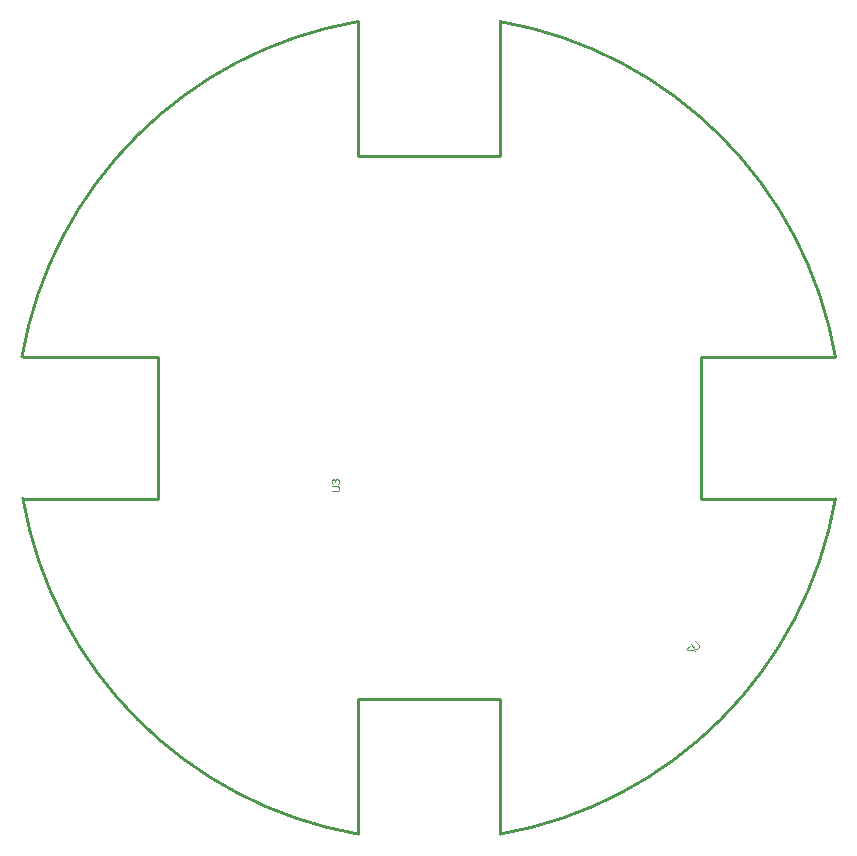
<source format=gm1>
G04 Layer_Color=16711935*
%FSAX25Y25*%
%MOIN*%
G70*
G01*
G75*
%ADD41C,0.01000*%
%ADD75C,0.00394*%
G54D41*
X1844094Y0452756D02*
G03*
X1732284Y0564567I-0135433J-0023622D01*
G01*
X1685039D02*
G03*
X1572912Y0452811I0023228J-0135433D01*
G01*
X1573228Y0405512D02*
G03*
X1685039Y0293701I0135433J0023622D01*
G01*
X1732284D02*
G03*
X1844094Y0405512I-0023622J0135433D01*
G01*
X1732284Y0519685D02*
Y0564567D01*
X1685039Y0519685D02*
X1732284D01*
X1685039D02*
Y0564567D01*
Y0293701D02*
Y0338583D01*
X1732284D01*
Y0293701D02*
Y0338583D01*
X1799213Y0405512D02*
X1844094D01*
X1799213D02*
Y0452756D01*
X1844094D01*
X1573228Y0452756D02*
X1618110D01*
Y0405512D02*
Y0452756D01*
X1573228Y0405512D02*
X1618110D01*
G54D75*
X1797138Y0358066D02*
X1798529Y0356674D01*
Y0356117D01*
X1797973Y0355561D01*
X1797416D01*
X1796025Y0356952D01*
X1795468Y0356396D02*
X1794355Y0355282D01*
X1794633Y0355004D01*
X1796860D01*
X1797138Y0354726D01*
X1676139Y0408000D02*
X1678106D01*
X1678500Y0408394D01*
Y0409181D01*
X1678106Y0409574D01*
X1676139D01*
X1676532Y0410361D02*
X1676139Y0410755D01*
Y0411542D01*
X1676532Y0411936D01*
X1676926D01*
X1677319Y0411542D01*
Y0411149D01*
Y0411542D01*
X1677713Y0411936D01*
X1678106D01*
X1678500Y0411542D01*
Y0410755D01*
X1678106Y0410361D01*
M02*

</source>
